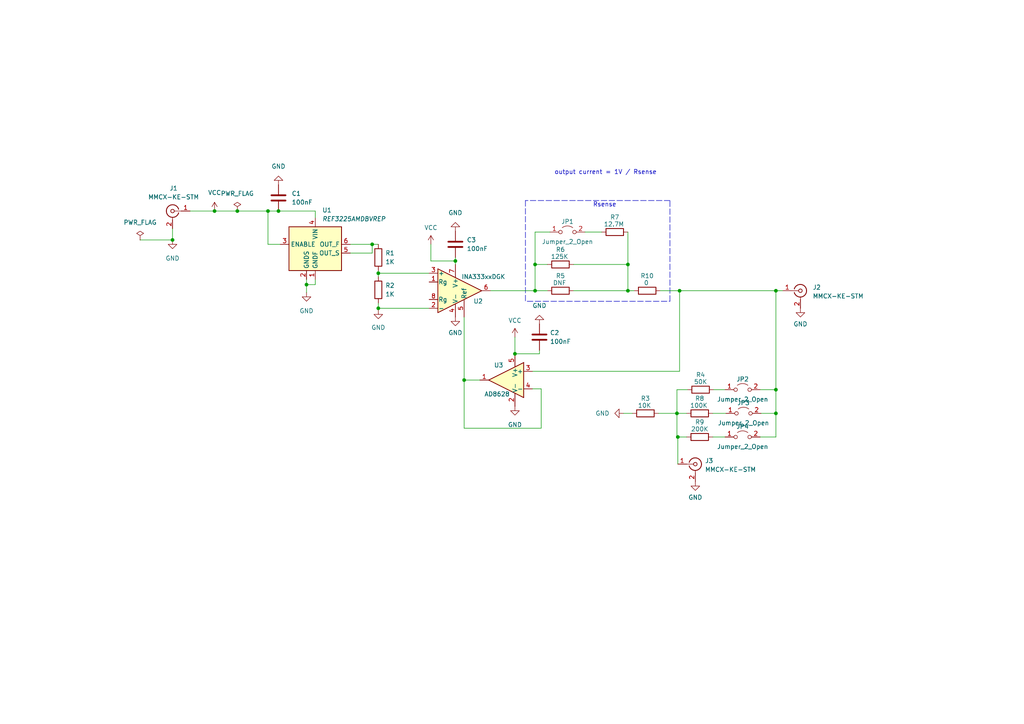
<source format=kicad_sch>
(kicad_sch (version 20211123) (generator eeschema)
  (paper "A4")
  (lib_symbols
    (symbol "0JLC-6:100nF" (pin_numbers hide) (pin_names (offset 0.254))
      (property "Reference" "C" (at 0.635 2.54 0))
      (property "Value" "100nF" (at 0.635 -2.54 0))
      (symbol "100nF_0_1"
        (polyline (pts (xy -2.032 -0.762) (xy 2.032 -0.762)) (stroke (width 0.508)))
        (polyline (pts (xy -2.032 0.762) (xy 2.032 0.762)) (stroke (width 0.508)))
      )
      (symbol "100nF_1_1"
        (pin passive line (at 0 3.81 270) (length 2.794) (name "~") (number "1"))
        (pin passive line (at 0 -3.81 90) (length 2.794) (name "~") (number "2"))
      )
    )
    (symbol "0JLC-6:1K" (pin_numbers hide) (pin_names (offset 0))
      (property "Reference" "R" (at 2.032 0 90))
      (property "Value" "1K" (at 0 0 90))
      (symbol "1K_0_1"
        (rectangle (start -1.016 -2.54) (end 1.016 2.54) (stroke (width 0.254)))
      )
      (symbol "1K_1_1"
        (pin passive line (at 0 3.81 270) (length 1.27) (name "~") (number "1"))
        (pin passive line (at 0 -3.81 90) (length 1.27) (name "~") (number "2"))
      )
    )
    (symbol "0JLC-6:AD8605" (pin_names (offset 0.127))
      (property "Reference" "U" (at 0 5.08 0))
      (property "Value" "AD8605" (at 0 -5.08 0))
      (property "LCSC" "C9641" (at 0 0 0))
      (property "MPN" "AD8605ARTZ-REEL7" (at 0 0 0))
      (property "LCSC2" "C578772" (at 0 0 0))
      (symbol "AD8605_0_1"
        (polyline (pts (xy -5.08 5.08) (xy 5.08 0) (xy -5.08 -5.08) (xy -5.08 5.08)) (stroke (width 0.254)) (fill (type background)))
        (pin power_in line (at -2.54 -7.62 90) (length 3.81) (name "V-") (number "2"))
        (pin power_in line (at -2.54 7.62 270) (length 3.81) (name "V+") (number "5"))
      )
      (symbol "AD8605_1_1"
        (pin output line (at 7.62 0 180) (length 2.54) (name "~") (number "1"))
        (pin input line (at -7.62 2.54 0) (length 2.54) (name "+") (number "3"))
        (pin input line (at -7.62 -2.54 0) (length 2.54) (name "-") (number "4"))
      )
    )
    (symbol "0JLC-6:MMCX-KE-STM" (pin_names (offset 1.016) hide)
      (property "Reference" "J" (at 0.254 3.048 0))
      (property "Value" "MMCX-KE-STM" (at 2.921 0 90))
      (symbol "MMCX-KE-STM_0_1"
        (arc (start -1.778 -0.508) (mid 0.2311 -1.8066) (end 1.778 0) (stroke (width 0.254)))
        (polyline (pts (xy -2.54 0) (xy -0.508 0)))
        (polyline (pts (xy 0 -2.54) (xy 0 -1.778)))
        (circle (center 0 0) (radius 0.508) (stroke (width 0.2032)))
        (arc (start 1.778 0) (mid 0.2099 1.8101) (end -1.778 0.508) (stroke (width 0.254)))
      )
      (symbol "MMCX-KE-STM_1_1"
        (pin passive line (at -5.08 0 0) (length 2.54) (name "In") (number "1"))
        (pin passive line (at 0 -5.08 90) (length 2.54) (name "Ext") (number "2"))
      )
    )
    (symbol "0JLC-6:R" (pin_numbers hide) (pin_names (offset 0))
      (property "Reference" "R" (at 2.032 0 90))
      (property "Value" "R" (at 0 0 90))
      (symbol "R_0_1"
        (rectangle (start -1.016 -2.54) (end 1.016 2.54) (stroke (width 0.254)))
      )
      (symbol "R_1_1"
        (pin passive line (at 0 3.81 270) (length 1.27) (name "~") (number "1"))
        (pin passive line (at 0 -3.81 90) (length 1.27) (name "~") (number "2"))
      )
    )
    (symbol "Amplifier_Instrumentation:INA333xxDGK" (pin_names (offset 0.127))
      (property "Reference" "U" (at 3.81 3.175 0))
      (property "Value" "INA333xxDGK" (at 3.81 -3.175 0))
      (symbol "INA333xxDGK_0_1"
        (polyline (pts (xy 7.62 0) (xy -5.08 6.35) (xy -5.08 -6.35) (xy 7.62 0)) (stroke (width 0.254)) (fill (type background)))
      )
      (symbol "INA333xxDGK_1_1"
        (pin passive line (at -7.62 2.54 0) (length 2.54) (name "Rg") (number "1"))
        (pin input line (at -7.62 -5.08 0) (length 2.54) (name "-") (number "2"))
        (pin input line (at -7.62 5.08 0) (length 2.54) (name "+") (number "3"))
        (pin power_in line (at 0 -7.62 90) (length 3.81) (name "V-") (number "4"))
        (pin input line (at 2.54 -7.62 90) (length 5.08) (name "Ref") (number "5"))
        (pin output line (at 10.16 0 180) (length 2.54) (name "~") (number "6"))
        (pin power_in line (at 0 7.62 270) (length 3.81) (name "V+") (number "7"))
        (pin passive line (at -7.62 -2.54 0) (length 2.54) (name "Rg") (number "8"))
      )
    )
    (symbol "Jumper:Jumper_2_Open" (pin_names (offset 0) hide)
      (property "Reference" "JP" (at 0 2.794 0))
      (property "Value" "Jumper_2_Open" (at 0 -2.286 0))
      (symbol "Jumper_2_Open_0_0"
        (circle (center -2.032 0) (radius 0.508))
        (circle (center 2.032 0) (radius 0.508))
      )
      (symbol "Jumper_2_Open_0_1"
        (arc (start 1.524 1.27) (mid 0 1.778) (end -1.524 1.27))
      )
      (symbol "Jumper_2_Open_1_1"
        (pin passive line (at -5.08 0 0) (length 2.54) (name "A") (number "1"))
        (pin passive line (at 5.08 0 180) (length 2.54) (name "B") (number "2"))
      )
    )
    (symbol "Reference_Voltage:REF3225AMDBVREP"
      (property "Reference" "U" (at 1.27 8.89 0))
      (property "Value" "REF3225AMDBVREP" (at 1.27 6.35 0))
      (symbol "REF3225AMDBVREP_0_1"
        (rectangle (start -7.62 5.08) (end 7.62 -7.62) (stroke (width 0.254)) (fill (type background)))
      )
      (symbol "REF3225AMDBVREP_1_1"
        (pin power_in line (at 0 -10.16 90) (length 2.54) (name "GNDF") (number "1"))
        (pin input line (at -2.54 -10.16 90) (length 2.54) (name "GNDS") (number "2"))
        (pin input line (at -10.16 0 0) (length 2.54) (name "ENABLE") (number "3"))
        (pin power_in line (at 0 7.62 270) (length 2.54) (name "VIN") (number "4"))
        (pin input line (at 10.16 -2.54 180) (length 2.54) (name "OUT_S") (number "5"))
        (pin output line (at 10.16 0 180) (length 2.54) (name "OUT_F") (number "6"))
      )
    )
    (symbol "power:GND" (power) (pin_names (offset 0))
      (property "Value" "GND" (at 0 -3.81 0))
      (symbol "GND_0_1"
        (polyline (pts (xy 0 0) (xy 0 -1.27) (xy 1.27 -1.27) (xy 0 -2.54) (xy -1.27 -1.27) (xy 0 -1.27)))
      )
      (symbol "GND_1_1"
        (pin power_in line (at 0 0 270) (length 0) hide (name "GND") (number "1"))
      )
    )
    (symbol "power:PWR_FLAG" (power) (pin_numbers hide) (pin_names (offset 0) hide)
      (property "Value" "PWR_FLAG" (at 0 3.81 0))
      (symbol "PWR_FLAG_0_0"
        (pin power_out line (at 0 0 90) (length 0) (name "pwr") (number "1"))
      )
      (symbol "PWR_FLAG_0_1"
        (polyline (pts (xy 0 0) (xy 0 1.27) (xy -1.016 1.905) (xy 0 2.54) (xy 1.016 1.905) (xy 0 1.27)))
      )
    )
    (symbol "power:VCC" (power) (pin_names (offset 0))
      (property "Value" "VCC" (at 0 3.81 0))
      (symbol "VCC_0_1"
        (polyline (pts (xy -0.762 1.27) (xy 0 2.54)))
        (polyline (pts (xy 0 0) (xy 0 2.54)))
        (polyline (pts (xy 0 2.54) (xy 0.762 1.27)))
      )
      (symbol "VCC_1_1"
        (pin power_in line (at 0 0 90) (length 0) hide (name "VCC") (number "1"))
      )
    )
  )
  (junction (at 132.08 75.692))
  (junction (at 88.9 82.55))
  (junction (at 197.104 84.328))
  (junction (at 109.728 89.408))
  (junction (at 80.772 61.214))
  (junction (at 196.596 126.746))
  (junction (at 155.194 76.708))
  (junction (at 225.044 113.03))
  (junction (at 68.834 61.214))
  (junction (at 109.728 79.248))
  (junction (at 225.044 84.328))
  (junction (at 77.724 61.214))
  (junction (at 155.194 84.328))
  (junction (at 62.23 61.214))
  (junction (at 107.95 70.866))
  (junction (at 149.352 102.616))
  (junction (at 182.118 76.708))
  (junction (at 50.038 69.596))
  (junction (at 225.044 119.888))
  (junction (at 196.342 119.888))
  (junction (at 134.62 110.236))
  (junction (at 182.118 84.328))
  (wire (pts (xy 40.64 69.596) (xy 50.038 69.596)))
  (wire (pts (xy 149.352 102.616) (xy 156.464 102.616)))
  (wire (pts (xy 191.008 119.888) (xy 196.342 119.888)))
  (wire (pts (xy 155.194 67.31) (xy 155.194 76.708)))
  (wire (pts (xy 225.044 84.328) (xy 225.044 113.03)))
  (wire (pts (xy 132.08 75.692) (xy 132.08 76.708)))
  (wire (pts (xy 62.23 61.214) (xy 68.834 61.214)))
  (wire (pts (xy 196.596 126.746) (xy 196.596 134.62)))
  (wire (pts (xy 220.726 119.888) (xy 225.044 119.888)))
  (wire (pts (xy 180.848 119.888) (xy 183.388 119.888)))
  (wire (pts (xy 109.728 79.248) (xy 124.46 79.248)))
  (wire (pts (xy 101.6 73.406) (xy 107.95 73.406)))
  (wire (pts (xy 154.432 112.776) (xy 156.972 112.776)))
  (wire (pts (xy 55.118 61.214) (xy 62.23 61.214)))
  (wire (pts (xy 191.516 84.328) (xy 197.104 84.328)))
  (wire (pts (xy 206.756 126.746) (xy 210.312 126.746)))
  (wire (pts (xy 196.342 126.746) (xy 196.342 119.888)))
  (wire (pts (xy 77.724 70.866) (xy 77.724 61.214)))
  (wire (pts (xy 207.01 113.03) (xy 210.312 113.03)))
  (polyline (pts (xy 194.31 87.376) (xy 194.31 58.166)))
  (wire (pts (xy 197.104 84.328) (xy 225.044 84.328)))
  (polyline (pts (xy 194.31 58.166) (xy 152.4 58.166)))
  (wire (pts (xy 149.352 97.79) (xy 149.352 102.616)))
  (wire (pts (xy 77.724 61.214) (xy 80.772 61.214)))
  (wire (pts (xy 155.194 76.708) (xy 155.194 84.328)))
  (wire (pts (xy 132.08 74.676) (xy 132.08 75.692)))
  (polyline (pts (xy 152.4 58.166) (xy 152.4 87.63)))
  (polyline (pts (xy 152.908 87.376) (xy 194.31 87.376)))
  (wire (pts (xy 68.834 61.214) (xy 77.724 61.214)))
  (wire (pts (xy 107.95 73.406) (xy 107.95 70.866)))
  (wire (pts (xy 197.104 107.696) (xy 197.104 84.328)))
  (wire (pts (xy 50.038 66.294) (xy 50.038 69.596)))
  (wire (pts (xy 134.62 124.206) (xy 134.62 110.236)))
  (wire (pts (xy 225.044 119.888) (xy 225.044 113.03)))
  (wire (pts (xy 182.118 67.31) (xy 182.118 76.708)))
  (wire (pts (xy 227.076 84.328) (xy 225.044 84.328)))
  (wire (pts (xy 182.118 84.328) (xy 183.896 84.328)))
  (wire (pts (xy 225.044 113.03) (xy 220.472 113.03)))
  (wire (pts (xy 182.118 76.708) (xy 182.118 84.328)))
  (wire (pts (xy 124.968 70.866) (xy 124.968 75.692)))
  (wire (pts (xy 199.39 113.03) (xy 196.342 113.03)))
  (wire (pts (xy 109.728 79.248) (xy 109.728 80.264)))
  (wire (pts (xy 206.756 119.888) (xy 210.566 119.888)))
  (wire (pts (xy 155.194 84.328) (xy 158.75 84.328)))
  (wire (pts (xy 196.342 119.888) (xy 199.136 119.888)))
  (wire (pts (xy 109.728 78.486) (xy 109.728 79.248)))
  (wire (pts (xy 109.728 89.408) (xy 109.728 89.916)))
  (wire (pts (xy 199.136 126.746) (xy 196.596 126.746)))
  (wire (pts (xy 88.9 82.55) (xy 88.9 84.836)))
  (wire (pts (xy 159.512 67.31) (xy 155.194 67.31)))
  (wire (pts (xy 107.95 70.866) (xy 109.728 70.866)))
  (wire (pts (xy 91.44 61.214) (xy 91.44 63.246)))
  (wire (pts (xy 196.596 126.746) (xy 196.342 126.746)))
  (wire (pts (xy 156.972 124.206) (xy 134.62 124.206)))
  (wire (pts (xy 225.044 126.746) (xy 225.044 119.888)))
  (wire (pts (xy 91.44 81.026) (xy 91.44 82.55)))
  (wire (pts (xy 142.24 84.328) (xy 155.194 84.328)))
  (wire (pts (xy 109.728 87.884) (xy 109.728 89.408)))
  (wire (pts (xy 124.968 75.692) (xy 132.08 75.692)))
  (wire (pts (xy 91.44 82.55) (xy 88.9 82.55)))
  (wire (pts (xy 134.62 91.948) (xy 134.62 110.236)))
  (wire (pts (xy 166.37 76.708) (xy 182.118 76.708)))
  (wire (pts (xy 109.728 89.408) (xy 124.46 89.408)))
  (wire (pts (xy 196.342 113.03) (xy 196.342 119.888)))
  (wire (pts (xy 182.118 84.328) (xy 166.37 84.328)))
  (wire (pts (xy 169.672 67.31) (xy 174.498 67.31)))
  (wire (pts (xy 101.6 70.866) (xy 107.95 70.866)))
  (wire (pts (xy 154.432 107.696) (xy 197.104 107.696)))
  (wire (pts (xy 81.28 70.866) (xy 77.724 70.866)))
  (wire (pts (xy 88.9 81.026) (xy 88.9 82.55)))
  (wire (pts (xy 158.75 76.708) (xy 155.194 76.708)))
  (wire (pts (xy 156.464 101.6) (xy 156.464 102.616)))
  (wire (pts (xy 156.972 112.776) (xy 156.972 124.206)))
  (wire (pts (xy 80.772 61.214) (xy 91.44 61.214)))
  (wire (pts (xy 220.472 126.746) (xy 225.044 126.746)))
  (wire (pts (xy 134.62 110.236) (xy 139.192 110.236)))
  (text "Rsense" (at 171.958 60.198 0) (effects (font (size 1.27 1.27)) (justify left bottom)))
  (text "output current = 1V / Rsense" (at 160.782 50.8 0) (effects (font (size 1.27 1.27)) (justify left bottom)))
  (symbol (lib_id "0JLC-6:MMCX-KE-STM") (at 232.156 84.328 0) (unit 1)
    (property "Reference" "J2" (at 235.712 83.3511 0) (effects (justify left)))
    (property "Value" "MMCX-KE-STM" (at 235.712 85.8911 0) (effects (justify left)))
    (property "Footprint" "0my_footprints6:MMCX-SMD_KH-MMCX-KE-STM" (effects hide))
    (property "Datasheet" " ~" (effects hide))
    (property "LCSC" "C2898970" (effects hide))
    (property "MPN" "KH-MMCX-KE-STM" (effects hide))
  )
  (symbol (lib_id "0JLC-6:100nF") (at 80.772 57.404 0) (unit 1)
    (property "Reference" "C1" (at 84.582 56.1339 0) (effects (justify left)))
    (property "Value" "100nF" (at 84.582 58.6739 0) (effects (justify left)))
    (property "Footprint" "Capacitor_SMD:C_0603_1608Metric_Pad1.08x0.95mm_HandSolder" (effects hide))
    (property "LCSC" "C14663" (effects hide))
    (property "MPN" "CC0603KRX7R9BB104" (effects hide))
  )
  (symbol (lib_id "0JLC-6:R") (at 202.946 126.746 90) (unit 1)
    (property "Reference" "R9" (at 202.946 122.428 90))
    (property "Value" "200K" (at 202.946 124.46 90))
    (property "Footprint" "Resistor_SMD:R_1206_3216Metric_Pad1.30x1.75mm_HandSolder" (effects hide))
    (property "LCSC" "C374765" (effects hide))
  )
  (symbol (lib_id "power:GND") (at 132.08 67.056 180) (unit 1)
    (property "Reference" "#PWR0105" (effects hide))
    (property "Value" "GND" (at 132.08 61.722 0))
  )
  (symbol (lib_id "0JLC-6:100nF") (at 132.08 70.866 0) (unit 1)
    (property "Reference" "C3" (at 135.382 69.5959 0) (effects (justify left)))
    (property "Value" "100nF" (at 135.382 72.1359 0) (effects (justify left)))
    (property "Footprint" "Capacitor_SMD:C_0603_1608Metric_Pad1.08x0.95mm_HandSolder" (effects hide))
    (property "LCSC" "C14663" (effects hide))
    (property "MPN" "CC0603KRX7R9BB104" (effects hide))
  )
  (symbol (lib_id "power:VCC") (at 149.352 97.79 0) (unit 1)
    (property "Reference" "#PWR0101" (effects hide))
    (property "Value" "VCC" (at 149.352 92.964 0))
  )
  (symbol (lib_id "0JLC-6:1K") (at 178.308 67.31 90) (unit 1)
    (property "Reference" "R7" (at 178.308 62.992 90))
    (property "Value" "12.7M" (at 178.054 65.024 90))
    (property "Footprint" "Resistor_SMD:R_0805_2012Metric" (effects hide))
    (property "LCSC" "C316205" (effects hide))
  )
  (symbol (lib_id "power:GND") (at 180.848 119.888 270) (unit 1)
    (property "Reference" "#PWR0103" (effects hide))
    (property "Value" "GND" (at 176.784 119.8879 90) (effects (justify right)))
  )
  (symbol (lib_id "0JLC-6:1K") (at 202.946 119.888 90) (unit 1)
    (property "Reference" "R8" (at 202.946 115.57 90))
    (property "Value" "100K" (at 202.692 117.602 90))
    (property "Footprint" "Resistor_SMD:R_0805_2012Metric" (effects hide))
    (property "LCSC" "C706399" (effects hide))
  )
  (symbol (lib_id "0JLC-6:AD8605") (at 146.812 110.236 0) (mirror y) (unit 1)
    (property "Reference" "U3" (at 143.256 105.918 0) (effects (justify right)))
    (property "Value" "AD8628" (at 140.462 114.3 0) (effects (justify right)))
    (property "Footprint" "Package_TO_SOT_SMD:TSOT-23-5" (effects hide))
    (property "LCSC" "C207504" (effects hide))
  )
  (symbol (lib_id "0JLC-6:1K") (at 109.728 74.676 0) (unit 1)
    (property "Reference" "R1" (at 111.76 73.4059 0) (effects (justify left)))
    (property "Value" "1K" (at 111.76 75.9459 0) (effects (justify left)))
    (property "Footprint" "Resistor_SMD:R_0805_2012Metric" (effects hide))
    (property "LCSC" "C2692723" (effects hide))
  )
  (symbol (lib_id "Reference_Voltage:REF3225AMDBVREP") (at 91.44 70.866 0) (unit 1)
    (property "Reference" "U1" (at 93.4594 60.96 0) (effects (justify left)))
    (property "Value" "REF3225AMDBVREP" (at 93.4594 63.5 0) (effects (font italic) (justify left)))
    (property "Footprint" "Package_TO_SOT_SMD:SOT-23-6" (effects hide))
    (property "Datasheet" "http://www.ti.com/lit/ds/symlink/ref3240-ep.pdf" (effects hide))
  )
  (symbol (lib_id "0JLC-6:1K") (at 187.198 119.888 90) (unit 1)
    (property "Reference" "R3" (at 187.198 115.57 90))
    (property "Value" "10K" (at 186.944 117.602 90))
    (property "Footprint" "Resistor_SMD:R_0805_2012Metric" (effects hide))
    (property "LCSC" "C706400" (effects hide))
  )
  (symbol (lib_id "0JLC-6:1K") (at 187.706 84.328 90) (unit 1)
    (property "Reference" "R10" (at 187.706 80.01 90))
    (property "Value" "0" (at 187.452 82.042 90))
    (property "Footprint" "Resistor_SMD:R_0603_1608Metric_Pad0.98x0.95mm_HandSolder" (effects hide))
  )
  (symbol (lib_id "0JLC-6:1K") (at 162.56 84.328 90) (unit 1)
    (property "Reference" "R5" (at 162.56 80.01 90))
    (property "Value" "DNF" (at 162.306 82.042 90))
    (property "Footprint" "Resistor_SMD:R_0805_2012Metric" (effects hide))
  )
  (symbol (lib_id "Jumper:Jumper_2_Open") (at 215.392 113.03 0) (unit 1)
    (property "Reference" "JP2" (at 215.392 109.982 0))
    (property "Value" "Jumper_2_Open" (at 215.392 115.824 0))
    (property "Footprint" "Jumper:SolderJumper-2_P1.3mm_Open_RoundedPad1.0x1.5mm" (effects hide))
  )
  (symbol (lib_id "power:GND") (at 50.038 69.596 0) (unit 1)
    (property "Reference" "#PWR0113" (effects hide))
    (property "Value" "GND" (at 50.038 74.93 0))
  )
  (symbol (lib_id "power:GND") (at 149.352 117.856 0) (unit 1)
    (property "Reference" "#PWR0106" (effects hide))
    (property "Value" "GND" (at 149.352 123.19 0))
  )
  (symbol (lib_id "0JLC-6:R") (at 203.2 113.03 90) (unit 1)
    (property "Reference" "R4" (at 203.2 108.712 90))
    (property "Value" "50K" (at 203.2 110.744 90))
    (property "Footprint" "Resistor_SMD:R_1206_3216Metric_Pad1.30x1.75mm_HandSolder" (effects hide))
    (property "LCSC" "C374769" (effects hide))
  )
  (symbol (lib_id "power:GND") (at 88.9 84.836 0) (unit 1)
    (property "Reference" "#PWR0111" (effects hide))
    (property "Value" "GND" (at 88.9 90.17 0))
  )
  (symbol (lib_id "power:GND") (at 156.464 93.98 180) (unit 1)
    (property "Reference" "#PWR0102" (effects hide))
    (property "Value" "GND" (at 156.464 88.646 0))
  )
  (symbol (lib_id "0JLC-6:MMCX-KE-STM") (at 50.038 61.214 0) (mirror y) (unit 1)
    (property "Reference" "J1" (at 50.3554 54.61 0))
    (property "Value" "MMCX-KE-STM" (at 50.3554 57.15 0))
    (property "Footprint" "0my_footprints6:MMCX-SMD_KH-MMCX-KE-STM" (effects hide))
    (property "Datasheet" " ~" (effects hide))
    (property "LCSC" "C2898970" (effects hide))
    (property "MPN" "KH-MMCX-KE-STM" (effects hide))
  )
  (symbol (lib_id "0JLC-6:MMCX-KE-STM") (at 201.676 134.62 0) (unit 1)
    (property "Reference" "J3" (at 204.47 133.6431 0) (effects (justify left)))
    (property "Value" "MMCX-KE-STM" (at 204.47 136.1831 0) (effects (justify left)))
    (property "Footprint" "0my_footprints6:MMCX-SMD_KH-MMCX-KE-STM" (effects hide))
    (property "Datasheet" " ~" (effects hide))
    (property "LCSC" "C2898970" (effects hide))
    (property "MPN" "KH-MMCX-KE-STM" (effects hide))
  )
  (symbol (lib_id "0JLC-6:1K") (at 162.56 76.708 90) (unit 1)
    (property "Reference" "R6" (at 162.56 72.39 90))
    (property "Value" "125K" (at 162.306 74.422 90))
    (property "Footprint" "Resistor_SMD:R_0805_2012Metric" (effects hide))
    (property "LCSC" "C316205" (effects hide))
  )
  (symbol (lib_id "power:PWR_FLAG") (at 68.834 61.214 0) (unit 1)
    (property "Reference" "#FLG0102" (effects hide))
    (property "Value" "PWR_FLAG" (at 68.834 56.134 0))
  )
  (symbol (lib_id "0JLC-6:100nF") (at 156.464 97.79 0) (unit 1)
    (property "Reference" "C2" (at 159.512 96.5199 0) (effects (justify left)))
    (property "Value" "100nF" (at 159.512 99.0599 0) (effects (justify left)))
    (property "Footprint" "Capacitor_SMD:C_0603_1608Metric_Pad1.08x0.95mm_HandSolder" (effects hide))
    (property "LCSC" "C14663" (effects hide))
    (property "MPN" "CC0603KRX7R9BB104" (effects hide))
  )
  (symbol (lib_id "power:GND") (at 232.156 89.408 0) (unit 1)
    (property "Reference" "#PWR0109" (effects hide))
    (property "Value" "GND" (at 232.156 93.98 0))
  )
  (symbol (lib_id "Jumper:Jumper_2_Open") (at 215.392 126.746 0) (unit 1)
    (property "Reference" "JP4" (at 215.392 123.698 0))
    (property "Value" "Jumper_2_Open" (at 215.392 129.54 0))
    (property "Footprint" "Jumper:SolderJumper-2_P1.3mm_Open_RoundedPad1.0x1.5mm" (effects hide))
  )
  (symbol (lib_id "power:GND") (at 109.728 89.916 0) (unit 1)
    (property "Reference" "#PWR0108" (effects hide))
    (property "Value" "GND" (at 109.728 94.996 0))
  )
  (symbol (lib_id "power:GND") (at 132.08 91.948 0) (unit 1)
    (property "Reference" "#PWR0107" (effects hide))
    (property "Value" "GND" (at 132.08 96.52 0))
  )
  (symbol (lib_id "power:GND") (at 80.772 53.594 180) (unit 1)
    (property "Reference" "#PWR0112" (effects hide))
    (property "Value" "GND" (at 80.772 48.26 0))
  )
  (symbol (lib_id "Jumper:Jumper_2_Open") (at 215.646 119.888 0) (unit 1)
    (property "Reference" "JP3" (at 215.646 116.84 0))
    (property "Value" "Jumper_2_Open" (at 215.646 122.682 0))
    (property "Footprint" "Jumper:SolderJumper-2_P1.3mm_Open_RoundedPad1.0x1.5mm" (effects hide))
  )
  (symbol (lib_id "power:PWR_FLAG") (at 40.64 69.596 0) (unit 1)
    (property "Reference" "#FLG0101" (effects hide))
    (property "Value" "PWR_FLAG" (at 40.64 64.516 0))
  )
  (symbol (lib_id "power:GND") (at 201.676 139.7 0) (unit 1)
    (property "Reference" "#PWR0110" (effects hide))
    (property "Value" "GND" (at 201.676 144.272 0))
  )
  (symbol (lib_id "0JLC-6:1K") (at 109.728 84.074 0) (unit 1)
    (property "Reference" "R2" (at 111.76 82.8039 0) (effects (justify left)))
    (property "Value" "1K" (at 111.76 85.3439 0) (effects (justify left)))
    (property "Footprint" "Resistor_SMD:R_0805_2012Metric" (effects hide))
    (property "LCSC" "C2692723" (effects hide))
  )
  (symbol (lib_id "Jumper:Jumper_2_Open") (at 164.592 67.31 0) (unit 1)
    (property "Reference" "JP1" (at 164.592 64.262 0))
    (property "Value" "Jumper_2_Open" (at 164.592 70.104 0))
    (property "Footprint" "Jumper:SolderJumper-2_P1.3mm_Open_RoundedPad1.0x1.5mm" (effects hide))
  )
  (symbol (lib_id "Amplifier_Instrumentation:INA333xxDGK") (at 132.08 84.328 0) (unit 1)
    (property "Reference" "U2" (at 138.684 87.376 0))
    (property "Value" "INA333xxDGK" (at 140.208 80.264 0))
    (property "Footprint" "Package_SO:VSSOP-8_3.0x3.0mm_P0.65mm" (effects hide))
    (property "Datasheet" "https://www.ti.com/lit/ds/symlink/ina333.pdf" (effects hide))
  )
  (symbol (lib_id "power:VCC") (at 124.968 70.866 0) (unit 1)
    (property "Reference" "#PWR0104" (effects hide))
    (property "Value" "VCC" (at 124.968 66.04 0))
  )
  (symbol (lib_id "power:VCC") (at 62.23 61.214 0) (unit 1)
    (property "Reference" "#PWR0114" (effects hide))
    (property "Value" "VCC" (at 62.23 55.88 0))
  )
)
</source>
